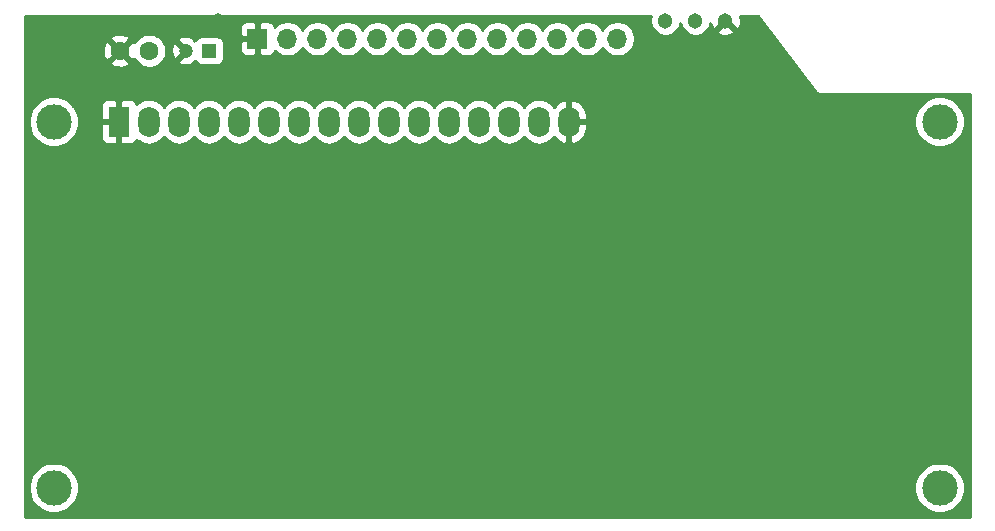
<source format=gbl>
G04 #@! TF.GenerationSoftware,KiCad,Pcbnew,(5.1.10-1-10_14)*
G04 #@! TF.CreationDate,2021-10-29T14:21:52+02:00*
G04 #@! TF.ProjectId,lcd,6c63642e-6b69-4636-9164-5f7063625858,rev?*
G04 #@! TF.SameCoordinates,Original*
G04 #@! TF.FileFunction,Copper,L2,Bot*
G04 #@! TF.FilePolarity,Positive*
%FSLAX46Y46*%
G04 Gerber Fmt 4.6, Leading zero omitted, Abs format (unit mm)*
G04 Created by KiCad (PCBNEW (5.1.10-1-10_14)) date 2021-10-29 14:21:52*
%MOMM*%
%LPD*%
G01*
G04 APERTURE LIST*
G04 #@! TA.AperFunction,ComponentPad*
%ADD10R,1.200000X1.200000*%
G04 #@! TD*
G04 #@! TA.AperFunction,ComponentPad*
%ADD11C,1.200000*%
G04 #@! TD*
G04 #@! TA.AperFunction,ComponentPad*
%ADD12C,1.303000*%
G04 #@! TD*
G04 #@! TA.AperFunction,ComponentPad*
%ADD13O,1.700000X1.700000*%
G04 #@! TD*
G04 #@! TA.AperFunction,ComponentPad*
%ADD14R,1.700000X1.700000*%
G04 #@! TD*
G04 #@! TA.AperFunction,ComponentPad*
%ADD15C,3.000000*%
G04 #@! TD*
G04 #@! TA.AperFunction,ComponentPad*
%ADD16O,1.800000X2.600000*%
G04 #@! TD*
G04 #@! TA.AperFunction,ComponentPad*
%ADD17R,1.800000X2.600000*%
G04 #@! TD*
G04 #@! TA.AperFunction,ComponentPad*
%ADD18C,1.600000*%
G04 #@! TD*
G04 #@! TA.AperFunction,ViaPad*
%ADD19C,0.800000*%
G04 #@! TD*
G04 #@! TA.AperFunction,Conductor*
%ADD20C,0.254000*%
G04 #@! TD*
G04 #@! TA.AperFunction,Conductor*
%ADD21C,0.100000*%
G04 #@! TD*
G04 APERTURE END LIST*
D10*
X112776000Y-92456000D03*
D11*
X110776000Y-92456000D03*
D12*
X156464000Y-89916000D03*
X153924000Y-89916000D03*
X151384000Y-89916000D03*
D13*
X147320000Y-91440000D03*
X144780000Y-91440000D03*
X142240000Y-91440000D03*
X139700000Y-91440000D03*
X137160000Y-91440000D03*
X134620000Y-91440000D03*
X132080000Y-91440000D03*
X129540000Y-91440000D03*
X127000000Y-91440000D03*
X124460000Y-91440000D03*
X121920000Y-91440000D03*
X119380000Y-91440000D03*
D14*
X116840000Y-91440000D03*
D15*
X174601000Y-98461000D03*
X174600480Y-129461700D03*
X99601900Y-129461700D03*
X99601900Y-98461000D03*
D16*
X143201000Y-98461000D03*
X140661000Y-98461000D03*
X138121000Y-98461000D03*
X135581000Y-98461000D03*
X133041000Y-98461000D03*
X130501000Y-98461000D03*
X127961000Y-98461000D03*
X125421000Y-98461000D03*
X122881000Y-98461000D03*
X120341000Y-98461000D03*
X117801000Y-98461000D03*
X115261000Y-98461000D03*
X112721000Y-98461000D03*
X110181000Y-98461000D03*
X107641000Y-98461000D03*
D17*
X105101000Y-98461000D03*
D18*
X105196000Y-92456000D03*
X107696000Y-92456000D03*
D19*
X175260000Y-101600000D03*
X175260000Y-114300000D03*
X175260000Y-124460000D03*
X165100000Y-129540000D03*
X147320000Y-129540000D03*
X132080000Y-129540000D03*
X119380000Y-129540000D03*
X104140000Y-129540000D03*
X99060000Y-124460000D03*
X99060000Y-111760000D03*
X99060000Y-101600000D03*
X99060000Y-91440000D03*
X160020000Y-93980000D03*
X154940000Y-93980000D03*
X106680000Y-101600000D03*
X119380000Y-101600000D03*
X137160000Y-101600000D03*
X152400000Y-101600000D03*
X170180000Y-101600000D03*
X165100000Y-114300000D03*
X144780000Y-114300000D03*
X132080000Y-114300000D03*
X114300000Y-114300000D03*
X114808000Y-94996000D03*
X113538000Y-89662000D03*
X102362000Y-92456000D03*
X102616000Y-96266000D03*
X109728000Y-95758000D03*
X145288000Y-94488000D03*
X150876000Y-91948000D03*
X117856000Y-94488000D03*
X120142000Y-94742000D03*
X122936000Y-94742000D03*
X125476000Y-94742000D03*
X129540000Y-94488000D03*
X133096000Y-94488000D03*
X135382000Y-94742000D03*
X139192000Y-94742000D03*
D20*
X150097500Y-89789291D02*
X150097500Y-90042709D01*
X150146939Y-90291258D01*
X150243918Y-90525386D01*
X150384710Y-90736096D01*
X150563904Y-90915290D01*
X150774614Y-91056082D01*
X151008742Y-91153061D01*
X151257291Y-91202500D01*
X151510709Y-91202500D01*
X151759258Y-91153061D01*
X151993386Y-91056082D01*
X152204096Y-90915290D01*
X152383290Y-90736096D01*
X152524082Y-90525386D01*
X152621061Y-90291258D01*
X152654000Y-90125661D01*
X152686939Y-90291258D01*
X152783918Y-90525386D01*
X152924710Y-90736096D01*
X153103904Y-90915290D01*
X153314614Y-91056082D01*
X153548742Y-91153061D01*
X153797291Y-91202500D01*
X154050709Y-91202500D01*
X154299258Y-91153061D01*
X154533386Y-91056082D01*
X154744096Y-90915290D01*
X154856787Y-90802599D01*
X155757006Y-90802599D01*
X155810576Y-91031426D01*
X156040740Y-91137470D01*
X156287170Y-91196574D01*
X156540396Y-91206466D01*
X156790685Y-91166765D01*
X157028420Y-91078999D01*
X157117424Y-91031426D01*
X157170994Y-90802599D01*
X156464000Y-90095605D01*
X155757006Y-90802599D01*
X154856787Y-90802599D01*
X154923290Y-90736096D01*
X155064082Y-90525386D01*
X155161061Y-90291258D01*
X155194374Y-90123780D01*
X155213235Y-90242685D01*
X155301001Y-90480420D01*
X155348574Y-90569424D01*
X155577401Y-90622994D01*
X156284395Y-89916000D01*
X156270253Y-89901858D01*
X156449858Y-89722253D01*
X156464000Y-89736395D01*
X156478143Y-89722253D01*
X156657748Y-89901858D01*
X156643605Y-89916000D01*
X157350599Y-90622994D01*
X157579426Y-90569424D01*
X157685470Y-90339260D01*
X157744574Y-90092830D01*
X157754466Y-89839604D01*
X157714765Y-89589315D01*
X157703943Y-89560000D01*
X159187015Y-89560000D01*
X164035631Y-95863200D01*
X164040575Y-95872450D01*
X164075208Y-95914650D01*
X164088634Y-95932104D01*
X164095770Y-95939705D01*
X164123052Y-95972948D01*
X164140165Y-95986992D01*
X164155323Y-96003138D01*
X164190309Y-96028145D01*
X164223550Y-96055425D01*
X164243083Y-96065865D01*
X164261091Y-96078737D01*
X164300272Y-96096434D01*
X164338207Y-96116710D01*
X164359398Y-96123138D01*
X164379574Y-96132251D01*
X164421453Y-96141963D01*
X164462617Y-96154450D01*
X164484662Y-96156621D01*
X164506222Y-96161621D01*
X164549187Y-96162976D01*
X164559581Y-96164000D01*
X164581640Y-96164000D01*
X164636167Y-96165720D01*
X164646507Y-96164000D01*
X177140000Y-96164000D01*
X177140001Y-131928000D01*
X97180000Y-131928000D01*
X97180000Y-129251421D01*
X97466900Y-129251421D01*
X97466900Y-129671979D01*
X97548947Y-130084456D01*
X97709888Y-130473002D01*
X97943537Y-130822683D01*
X98240917Y-131120063D01*
X98590598Y-131353712D01*
X98979144Y-131514653D01*
X99391621Y-131596700D01*
X99812179Y-131596700D01*
X100224656Y-131514653D01*
X100613202Y-131353712D01*
X100962883Y-131120063D01*
X101260263Y-130822683D01*
X101493912Y-130473002D01*
X101654853Y-130084456D01*
X101736900Y-129671979D01*
X101736900Y-129251421D01*
X172465480Y-129251421D01*
X172465480Y-129671979D01*
X172547527Y-130084456D01*
X172708468Y-130473002D01*
X172942117Y-130822683D01*
X173239497Y-131120063D01*
X173589178Y-131353712D01*
X173977724Y-131514653D01*
X174390201Y-131596700D01*
X174810759Y-131596700D01*
X175223236Y-131514653D01*
X175611782Y-131353712D01*
X175961463Y-131120063D01*
X176258843Y-130822683D01*
X176492492Y-130473002D01*
X176653433Y-130084456D01*
X176735480Y-129671979D01*
X176735480Y-129251421D01*
X176653433Y-128838944D01*
X176492492Y-128450398D01*
X176258843Y-128100717D01*
X175961463Y-127803337D01*
X175611782Y-127569688D01*
X175223236Y-127408747D01*
X174810759Y-127326700D01*
X174390201Y-127326700D01*
X173977724Y-127408747D01*
X173589178Y-127569688D01*
X173239497Y-127803337D01*
X172942117Y-128100717D01*
X172708468Y-128450398D01*
X172547527Y-128838944D01*
X172465480Y-129251421D01*
X101736900Y-129251421D01*
X101654853Y-128838944D01*
X101493912Y-128450398D01*
X101260263Y-128100717D01*
X100962883Y-127803337D01*
X100613202Y-127569688D01*
X100224656Y-127408747D01*
X99812179Y-127326700D01*
X99391621Y-127326700D01*
X98979144Y-127408747D01*
X98590598Y-127569688D01*
X98240917Y-127803337D01*
X97943537Y-128100717D01*
X97709888Y-128450398D01*
X97548947Y-128838944D01*
X97466900Y-129251421D01*
X97180000Y-129251421D01*
X97180000Y-98250721D01*
X97466900Y-98250721D01*
X97466900Y-98671279D01*
X97548947Y-99083756D01*
X97709888Y-99472302D01*
X97943537Y-99821983D01*
X98240917Y-100119363D01*
X98590598Y-100353012D01*
X98979144Y-100513953D01*
X99391621Y-100596000D01*
X99812179Y-100596000D01*
X100224656Y-100513953D01*
X100613202Y-100353012D01*
X100962883Y-100119363D01*
X101260263Y-99821983D01*
X101301010Y-99761000D01*
X103562928Y-99761000D01*
X103575188Y-99885482D01*
X103611498Y-100005180D01*
X103670463Y-100115494D01*
X103749815Y-100212185D01*
X103846506Y-100291537D01*
X103956820Y-100350502D01*
X104076518Y-100386812D01*
X104201000Y-100399072D01*
X104815250Y-100396000D01*
X104974000Y-100237250D01*
X104974000Y-98588000D01*
X103724750Y-98588000D01*
X103566000Y-98746750D01*
X103562928Y-99761000D01*
X101301010Y-99761000D01*
X101493912Y-99472302D01*
X101654853Y-99083756D01*
X101736900Y-98671279D01*
X101736900Y-98250721D01*
X101654853Y-97838244D01*
X101493912Y-97449698D01*
X101301011Y-97161000D01*
X103562928Y-97161000D01*
X103566000Y-98175250D01*
X103724750Y-98334000D01*
X104974000Y-98334000D01*
X104974000Y-96684750D01*
X105228000Y-96684750D01*
X105228000Y-98334000D01*
X105248000Y-98334000D01*
X105248000Y-98588000D01*
X105228000Y-98588000D01*
X105228000Y-100237250D01*
X105386750Y-100396000D01*
X106001000Y-100399072D01*
X106125482Y-100386812D01*
X106245180Y-100350502D01*
X106355494Y-100291537D01*
X106452185Y-100212185D01*
X106531537Y-100115494D01*
X106590502Y-100005180D01*
X106595495Y-99988720D01*
X106784074Y-100143481D01*
X107050740Y-100286017D01*
X107340088Y-100373790D01*
X107641000Y-100403427D01*
X107941913Y-100373790D01*
X108231261Y-100286017D01*
X108497927Y-100143481D01*
X108731661Y-99951661D01*
X108911000Y-99733135D01*
X109090339Y-99951661D01*
X109324074Y-100143481D01*
X109590740Y-100286017D01*
X109880088Y-100373790D01*
X110181000Y-100403427D01*
X110481913Y-100373790D01*
X110771261Y-100286017D01*
X111037927Y-100143481D01*
X111271661Y-99951661D01*
X111451000Y-99733135D01*
X111630339Y-99951661D01*
X111864074Y-100143481D01*
X112130740Y-100286017D01*
X112420088Y-100373790D01*
X112721000Y-100403427D01*
X113021913Y-100373790D01*
X113311261Y-100286017D01*
X113577927Y-100143481D01*
X113811661Y-99951661D01*
X113991000Y-99733135D01*
X114170339Y-99951661D01*
X114404074Y-100143481D01*
X114670740Y-100286017D01*
X114960088Y-100373790D01*
X115261000Y-100403427D01*
X115561913Y-100373790D01*
X115851261Y-100286017D01*
X116117927Y-100143481D01*
X116351661Y-99951661D01*
X116531000Y-99733135D01*
X116710339Y-99951661D01*
X116944074Y-100143481D01*
X117210740Y-100286017D01*
X117500088Y-100373790D01*
X117801000Y-100403427D01*
X118101913Y-100373790D01*
X118391261Y-100286017D01*
X118657927Y-100143481D01*
X118891661Y-99951661D01*
X119071000Y-99733135D01*
X119250339Y-99951661D01*
X119484074Y-100143481D01*
X119750740Y-100286017D01*
X120040088Y-100373790D01*
X120341000Y-100403427D01*
X120641913Y-100373790D01*
X120931261Y-100286017D01*
X121197927Y-100143481D01*
X121431661Y-99951661D01*
X121611000Y-99733135D01*
X121790339Y-99951661D01*
X122024074Y-100143481D01*
X122290740Y-100286017D01*
X122580088Y-100373790D01*
X122881000Y-100403427D01*
X123181913Y-100373790D01*
X123471261Y-100286017D01*
X123737927Y-100143481D01*
X123971661Y-99951661D01*
X124151000Y-99733135D01*
X124330339Y-99951661D01*
X124564074Y-100143481D01*
X124830740Y-100286017D01*
X125120088Y-100373790D01*
X125421000Y-100403427D01*
X125721913Y-100373790D01*
X126011261Y-100286017D01*
X126277927Y-100143481D01*
X126511661Y-99951661D01*
X126691000Y-99733135D01*
X126870339Y-99951661D01*
X127104074Y-100143481D01*
X127370740Y-100286017D01*
X127660088Y-100373790D01*
X127961000Y-100403427D01*
X128261913Y-100373790D01*
X128551261Y-100286017D01*
X128817927Y-100143481D01*
X129051661Y-99951661D01*
X129231000Y-99733135D01*
X129410339Y-99951661D01*
X129644074Y-100143481D01*
X129910740Y-100286017D01*
X130200088Y-100373790D01*
X130501000Y-100403427D01*
X130801913Y-100373790D01*
X131091261Y-100286017D01*
X131357927Y-100143481D01*
X131591661Y-99951661D01*
X131771000Y-99733135D01*
X131950339Y-99951661D01*
X132184074Y-100143481D01*
X132450740Y-100286017D01*
X132740088Y-100373790D01*
X133041000Y-100403427D01*
X133341913Y-100373790D01*
X133631261Y-100286017D01*
X133897927Y-100143481D01*
X134131661Y-99951661D01*
X134311000Y-99733135D01*
X134490339Y-99951661D01*
X134724074Y-100143481D01*
X134990740Y-100286017D01*
X135280088Y-100373790D01*
X135581000Y-100403427D01*
X135881913Y-100373790D01*
X136171261Y-100286017D01*
X136437927Y-100143481D01*
X136671661Y-99951661D01*
X136851000Y-99733135D01*
X137030339Y-99951661D01*
X137264074Y-100143481D01*
X137530740Y-100286017D01*
X137820088Y-100373790D01*
X138121000Y-100403427D01*
X138421913Y-100373790D01*
X138711261Y-100286017D01*
X138977927Y-100143481D01*
X139211661Y-99951661D01*
X139391000Y-99733135D01*
X139570339Y-99951661D01*
X139804074Y-100143481D01*
X140070740Y-100286017D01*
X140360088Y-100373790D01*
X140661000Y-100403427D01*
X140961913Y-100373790D01*
X141251261Y-100286017D01*
X141517927Y-100143481D01*
X141751661Y-99951661D01*
X141935781Y-99727309D01*
X141995252Y-99819396D01*
X142205394Y-100036210D01*
X142453796Y-100207862D01*
X142730913Y-100327755D01*
X142836260Y-100352036D01*
X143074000Y-100231378D01*
X143074000Y-98588000D01*
X143328000Y-98588000D01*
X143328000Y-100231378D01*
X143565740Y-100352036D01*
X143671087Y-100327755D01*
X143948204Y-100207862D01*
X144196606Y-100036210D01*
X144406748Y-99819396D01*
X144570554Y-99565751D01*
X144681729Y-99285023D01*
X144736000Y-98988000D01*
X144736000Y-98588000D01*
X143328000Y-98588000D01*
X143074000Y-98588000D01*
X143054000Y-98588000D01*
X143054000Y-98334000D01*
X143074000Y-98334000D01*
X143074000Y-96690622D01*
X143328000Y-96690622D01*
X143328000Y-98334000D01*
X144736000Y-98334000D01*
X144736000Y-98250721D01*
X172466000Y-98250721D01*
X172466000Y-98671279D01*
X172548047Y-99083756D01*
X172708988Y-99472302D01*
X172942637Y-99821983D01*
X173240017Y-100119363D01*
X173589698Y-100353012D01*
X173978244Y-100513953D01*
X174390721Y-100596000D01*
X174811279Y-100596000D01*
X175223756Y-100513953D01*
X175612302Y-100353012D01*
X175961983Y-100119363D01*
X176259363Y-99821983D01*
X176493012Y-99472302D01*
X176653953Y-99083756D01*
X176736000Y-98671279D01*
X176736000Y-98250721D01*
X176653953Y-97838244D01*
X176493012Y-97449698D01*
X176259363Y-97100017D01*
X175961983Y-96802637D01*
X175612302Y-96568988D01*
X175223756Y-96408047D01*
X174811279Y-96326000D01*
X174390721Y-96326000D01*
X173978244Y-96408047D01*
X173589698Y-96568988D01*
X173240017Y-96802637D01*
X172942637Y-97100017D01*
X172708988Y-97449698D01*
X172548047Y-97838244D01*
X172466000Y-98250721D01*
X144736000Y-98250721D01*
X144736000Y-97934000D01*
X144681729Y-97636977D01*
X144570554Y-97356249D01*
X144406748Y-97102604D01*
X144196606Y-96885790D01*
X143948204Y-96714138D01*
X143671087Y-96594245D01*
X143565740Y-96569964D01*
X143328000Y-96690622D01*
X143074000Y-96690622D01*
X142836260Y-96569964D01*
X142730913Y-96594245D01*
X142453796Y-96714138D01*
X142205394Y-96885790D01*
X141995252Y-97102604D01*
X141935781Y-97194691D01*
X141751661Y-96970339D01*
X141517926Y-96778519D01*
X141251260Y-96635983D01*
X140961912Y-96548210D01*
X140661000Y-96518573D01*
X140360087Y-96548210D01*
X140070739Y-96635983D01*
X139804073Y-96778519D01*
X139570339Y-96970339D01*
X139391000Y-97188865D01*
X139211661Y-96970339D01*
X138977926Y-96778519D01*
X138711260Y-96635983D01*
X138421912Y-96548210D01*
X138121000Y-96518573D01*
X137820087Y-96548210D01*
X137530739Y-96635983D01*
X137264073Y-96778519D01*
X137030339Y-96970339D01*
X136851000Y-97188865D01*
X136671661Y-96970339D01*
X136437926Y-96778519D01*
X136171260Y-96635983D01*
X135881912Y-96548210D01*
X135581000Y-96518573D01*
X135280087Y-96548210D01*
X134990739Y-96635983D01*
X134724073Y-96778519D01*
X134490339Y-96970339D01*
X134311000Y-97188865D01*
X134131661Y-96970339D01*
X133897926Y-96778519D01*
X133631260Y-96635983D01*
X133341912Y-96548210D01*
X133041000Y-96518573D01*
X132740087Y-96548210D01*
X132450739Y-96635983D01*
X132184073Y-96778519D01*
X131950339Y-96970339D01*
X131771000Y-97188865D01*
X131591661Y-96970339D01*
X131357926Y-96778519D01*
X131091260Y-96635983D01*
X130801912Y-96548210D01*
X130501000Y-96518573D01*
X130200087Y-96548210D01*
X129910739Y-96635983D01*
X129644073Y-96778519D01*
X129410339Y-96970339D01*
X129231000Y-97188865D01*
X129051661Y-96970339D01*
X128817926Y-96778519D01*
X128551260Y-96635983D01*
X128261912Y-96548210D01*
X127961000Y-96518573D01*
X127660087Y-96548210D01*
X127370739Y-96635983D01*
X127104073Y-96778519D01*
X126870339Y-96970339D01*
X126691000Y-97188865D01*
X126511661Y-96970339D01*
X126277926Y-96778519D01*
X126011260Y-96635983D01*
X125721912Y-96548210D01*
X125421000Y-96518573D01*
X125120087Y-96548210D01*
X124830739Y-96635983D01*
X124564073Y-96778519D01*
X124330339Y-96970339D01*
X124151000Y-97188865D01*
X123971661Y-96970339D01*
X123737926Y-96778519D01*
X123471260Y-96635983D01*
X123181912Y-96548210D01*
X122881000Y-96518573D01*
X122580087Y-96548210D01*
X122290739Y-96635983D01*
X122024073Y-96778519D01*
X121790339Y-96970339D01*
X121611000Y-97188865D01*
X121431661Y-96970339D01*
X121197926Y-96778519D01*
X120931260Y-96635983D01*
X120641912Y-96548210D01*
X120341000Y-96518573D01*
X120040087Y-96548210D01*
X119750739Y-96635983D01*
X119484073Y-96778519D01*
X119250339Y-96970339D01*
X119071000Y-97188865D01*
X118891661Y-96970339D01*
X118657926Y-96778519D01*
X118391260Y-96635983D01*
X118101912Y-96548210D01*
X117801000Y-96518573D01*
X117500087Y-96548210D01*
X117210739Y-96635983D01*
X116944073Y-96778519D01*
X116710339Y-96970339D01*
X116531000Y-97188865D01*
X116351661Y-96970339D01*
X116117926Y-96778519D01*
X115851260Y-96635983D01*
X115561912Y-96548210D01*
X115261000Y-96518573D01*
X114960087Y-96548210D01*
X114670739Y-96635983D01*
X114404073Y-96778519D01*
X114170339Y-96970339D01*
X113991000Y-97188865D01*
X113811661Y-96970339D01*
X113577926Y-96778519D01*
X113311260Y-96635983D01*
X113021912Y-96548210D01*
X112721000Y-96518573D01*
X112420087Y-96548210D01*
X112130739Y-96635983D01*
X111864073Y-96778519D01*
X111630339Y-96970339D01*
X111451000Y-97188865D01*
X111271661Y-96970339D01*
X111037926Y-96778519D01*
X110771260Y-96635983D01*
X110481912Y-96548210D01*
X110181000Y-96518573D01*
X109880087Y-96548210D01*
X109590739Y-96635983D01*
X109324073Y-96778519D01*
X109090339Y-96970339D01*
X108911000Y-97188865D01*
X108731661Y-96970339D01*
X108497926Y-96778519D01*
X108231260Y-96635983D01*
X107941912Y-96548210D01*
X107641000Y-96518573D01*
X107340087Y-96548210D01*
X107050739Y-96635983D01*
X106784073Y-96778519D01*
X106595495Y-96933280D01*
X106590502Y-96916820D01*
X106531537Y-96806506D01*
X106452185Y-96709815D01*
X106355494Y-96630463D01*
X106245180Y-96571498D01*
X106125482Y-96535188D01*
X106001000Y-96522928D01*
X105386750Y-96526000D01*
X105228000Y-96684750D01*
X104974000Y-96684750D01*
X104815250Y-96526000D01*
X104201000Y-96522928D01*
X104076518Y-96535188D01*
X103956820Y-96571498D01*
X103846506Y-96630463D01*
X103749815Y-96709815D01*
X103670463Y-96806506D01*
X103611498Y-96916820D01*
X103575188Y-97036518D01*
X103562928Y-97161000D01*
X101301011Y-97161000D01*
X101260263Y-97100017D01*
X100962883Y-96802637D01*
X100613202Y-96568988D01*
X100224656Y-96408047D01*
X99812179Y-96326000D01*
X99391621Y-96326000D01*
X98979144Y-96408047D01*
X98590598Y-96568988D01*
X98240917Y-96802637D01*
X97943537Y-97100017D01*
X97709888Y-97449698D01*
X97548947Y-97838244D01*
X97466900Y-98250721D01*
X97180000Y-98250721D01*
X97180000Y-93448702D01*
X104382903Y-93448702D01*
X104454486Y-93692671D01*
X104709996Y-93813571D01*
X104984184Y-93882300D01*
X105266512Y-93896217D01*
X105546130Y-93854787D01*
X105812292Y-93759603D01*
X105937514Y-93692671D01*
X106009097Y-93448702D01*
X105196000Y-92635605D01*
X104382903Y-93448702D01*
X97180000Y-93448702D01*
X97180000Y-92526512D01*
X103755783Y-92526512D01*
X103797213Y-92806130D01*
X103892397Y-93072292D01*
X103959329Y-93197514D01*
X104203298Y-93269097D01*
X105016395Y-92456000D01*
X105375605Y-92456000D01*
X106188702Y-93269097D01*
X106432671Y-93197514D01*
X106446324Y-93168659D01*
X106581363Y-93370759D01*
X106781241Y-93570637D01*
X107016273Y-93727680D01*
X107277426Y-93835853D01*
X107554665Y-93891000D01*
X107837335Y-93891000D01*
X108114574Y-93835853D01*
X108375727Y-93727680D01*
X108610759Y-93570637D01*
X108810637Y-93370759D01*
X108967680Y-93135727D01*
X109075853Y-92874574D01*
X109131000Y-92597335D01*
X109131000Y-92534438D01*
X109537505Y-92534438D01*
X109576605Y-92774549D01*
X109661798Y-93002418D01*
X109702652Y-93078852D01*
X109926236Y-93126159D01*
X110596395Y-92456000D01*
X109926236Y-91785841D01*
X109702652Y-91833148D01*
X109601763Y-92054516D01*
X109546000Y-92291313D01*
X109537505Y-92534438D01*
X109131000Y-92534438D01*
X109131000Y-92314665D01*
X109075853Y-92037426D01*
X108967680Y-91776273D01*
X108854066Y-91606236D01*
X110105841Y-91606236D01*
X110776000Y-92276395D01*
X110790143Y-92262253D01*
X110969748Y-92441858D01*
X110955605Y-92456000D01*
X110969748Y-92470143D01*
X110790143Y-92649748D01*
X110776000Y-92635605D01*
X110105841Y-93305764D01*
X110153148Y-93529348D01*
X110374516Y-93630237D01*
X110611313Y-93686000D01*
X110854438Y-93694495D01*
X111094549Y-93655395D01*
X111322418Y-93570202D01*
X111398852Y-93529348D01*
X111446158Y-93305766D01*
X111563264Y-93422872D01*
X111621142Y-93364994D01*
X111645463Y-93410494D01*
X111724815Y-93507185D01*
X111821506Y-93586537D01*
X111931820Y-93645502D01*
X112051518Y-93681812D01*
X112176000Y-93694072D01*
X113376000Y-93694072D01*
X113500482Y-93681812D01*
X113620180Y-93645502D01*
X113730494Y-93586537D01*
X113827185Y-93507185D01*
X113906537Y-93410494D01*
X113965502Y-93300180D01*
X114001812Y-93180482D01*
X114014072Y-93056000D01*
X114014072Y-92290000D01*
X115351928Y-92290000D01*
X115364188Y-92414482D01*
X115400498Y-92534180D01*
X115459463Y-92644494D01*
X115538815Y-92741185D01*
X115635506Y-92820537D01*
X115745820Y-92879502D01*
X115865518Y-92915812D01*
X115990000Y-92928072D01*
X116554250Y-92925000D01*
X116713000Y-92766250D01*
X116713000Y-91567000D01*
X115513750Y-91567000D01*
X115355000Y-91725750D01*
X115351928Y-92290000D01*
X114014072Y-92290000D01*
X114014072Y-91856000D01*
X114001812Y-91731518D01*
X113965502Y-91611820D01*
X113906537Y-91501506D01*
X113827185Y-91404815D01*
X113730494Y-91325463D01*
X113620180Y-91266498D01*
X113500482Y-91230188D01*
X113376000Y-91217928D01*
X112176000Y-91217928D01*
X112051518Y-91230188D01*
X111931820Y-91266498D01*
X111821506Y-91325463D01*
X111724815Y-91404815D01*
X111645463Y-91501506D01*
X111621142Y-91547006D01*
X111563264Y-91489128D01*
X111446158Y-91606234D01*
X111398852Y-91382652D01*
X111177484Y-91281763D01*
X110940687Y-91226000D01*
X110697562Y-91217505D01*
X110457451Y-91256605D01*
X110229582Y-91341798D01*
X110153148Y-91382652D01*
X110105841Y-91606236D01*
X108854066Y-91606236D01*
X108810637Y-91541241D01*
X108610759Y-91341363D01*
X108375727Y-91184320D01*
X108114574Y-91076147D01*
X107837335Y-91021000D01*
X107554665Y-91021000D01*
X107277426Y-91076147D01*
X107016273Y-91184320D01*
X106781241Y-91341363D01*
X106581363Y-91541241D01*
X106447308Y-91741869D01*
X106432671Y-91714486D01*
X106188702Y-91642903D01*
X105375605Y-92456000D01*
X105016395Y-92456000D01*
X104203298Y-91642903D01*
X103959329Y-91714486D01*
X103838429Y-91969996D01*
X103769700Y-92244184D01*
X103755783Y-92526512D01*
X97180000Y-92526512D01*
X97180000Y-91463298D01*
X104382903Y-91463298D01*
X105196000Y-92276395D01*
X106009097Y-91463298D01*
X105937514Y-91219329D01*
X105682004Y-91098429D01*
X105407816Y-91029700D01*
X105125488Y-91015783D01*
X104845870Y-91057213D01*
X104579708Y-91152397D01*
X104454486Y-91219329D01*
X104382903Y-91463298D01*
X97180000Y-91463298D01*
X97180000Y-90590000D01*
X115351928Y-90590000D01*
X115355000Y-91154250D01*
X115513750Y-91313000D01*
X116713000Y-91313000D01*
X116713000Y-90113750D01*
X116967000Y-90113750D01*
X116967000Y-91313000D01*
X116987000Y-91313000D01*
X116987000Y-91567000D01*
X116967000Y-91567000D01*
X116967000Y-92766250D01*
X117125750Y-92925000D01*
X117690000Y-92928072D01*
X117814482Y-92915812D01*
X117934180Y-92879502D01*
X118044494Y-92820537D01*
X118141185Y-92741185D01*
X118220537Y-92644494D01*
X118279502Y-92534180D01*
X118301513Y-92461620D01*
X118433368Y-92593475D01*
X118676589Y-92755990D01*
X118946842Y-92867932D01*
X119233740Y-92925000D01*
X119526260Y-92925000D01*
X119813158Y-92867932D01*
X120083411Y-92755990D01*
X120326632Y-92593475D01*
X120533475Y-92386632D01*
X120650000Y-92212240D01*
X120766525Y-92386632D01*
X120973368Y-92593475D01*
X121216589Y-92755990D01*
X121486842Y-92867932D01*
X121773740Y-92925000D01*
X122066260Y-92925000D01*
X122353158Y-92867932D01*
X122623411Y-92755990D01*
X122866632Y-92593475D01*
X123073475Y-92386632D01*
X123190000Y-92212240D01*
X123306525Y-92386632D01*
X123513368Y-92593475D01*
X123756589Y-92755990D01*
X124026842Y-92867932D01*
X124313740Y-92925000D01*
X124606260Y-92925000D01*
X124893158Y-92867932D01*
X125163411Y-92755990D01*
X125406632Y-92593475D01*
X125613475Y-92386632D01*
X125730000Y-92212240D01*
X125846525Y-92386632D01*
X126053368Y-92593475D01*
X126296589Y-92755990D01*
X126566842Y-92867932D01*
X126853740Y-92925000D01*
X127146260Y-92925000D01*
X127433158Y-92867932D01*
X127703411Y-92755990D01*
X127946632Y-92593475D01*
X128153475Y-92386632D01*
X128270000Y-92212240D01*
X128386525Y-92386632D01*
X128593368Y-92593475D01*
X128836589Y-92755990D01*
X129106842Y-92867932D01*
X129393740Y-92925000D01*
X129686260Y-92925000D01*
X129973158Y-92867932D01*
X130243411Y-92755990D01*
X130486632Y-92593475D01*
X130693475Y-92386632D01*
X130810000Y-92212240D01*
X130926525Y-92386632D01*
X131133368Y-92593475D01*
X131376589Y-92755990D01*
X131646842Y-92867932D01*
X131933740Y-92925000D01*
X132226260Y-92925000D01*
X132513158Y-92867932D01*
X132783411Y-92755990D01*
X133026632Y-92593475D01*
X133233475Y-92386632D01*
X133350000Y-92212240D01*
X133466525Y-92386632D01*
X133673368Y-92593475D01*
X133916589Y-92755990D01*
X134186842Y-92867932D01*
X134473740Y-92925000D01*
X134766260Y-92925000D01*
X135053158Y-92867932D01*
X135323411Y-92755990D01*
X135566632Y-92593475D01*
X135773475Y-92386632D01*
X135890000Y-92212240D01*
X136006525Y-92386632D01*
X136213368Y-92593475D01*
X136456589Y-92755990D01*
X136726842Y-92867932D01*
X137013740Y-92925000D01*
X137306260Y-92925000D01*
X137593158Y-92867932D01*
X137863411Y-92755990D01*
X138106632Y-92593475D01*
X138313475Y-92386632D01*
X138430000Y-92212240D01*
X138546525Y-92386632D01*
X138753368Y-92593475D01*
X138996589Y-92755990D01*
X139266842Y-92867932D01*
X139553740Y-92925000D01*
X139846260Y-92925000D01*
X140133158Y-92867932D01*
X140403411Y-92755990D01*
X140646632Y-92593475D01*
X140853475Y-92386632D01*
X140970000Y-92212240D01*
X141086525Y-92386632D01*
X141293368Y-92593475D01*
X141536589Y-92755990D01*
X141806842Y-92867932D01*
X142093740Y-92925000D01*
X142386260Y-92925000D01*
X142673158Y-92867932D01*
X142943411Y-92755990D01*
X143186632Y-92593475D01*
X143393475Y-92386632D01*
X143510000Y-92212240D01*
X143626525Y-92386632D01*
X143833368Y-92593475D01*
X144076589Y-92755990D01*
X144346842Y-92867932D01*
X144633740Y-92925000D01*
X144926260Y-92925000D01*
X145213158Y-92867932D01*
X145483411Y-92755990D01*
X145726632Y-92593475D01*
X145933475Y-92386632D01*
X146050000Y-92212240D01*
X146166525Y-92386632D01*
X146373368Y-92593475D01*
X146616589Y-92755990D01*
X146886842Y-92867932D01*
X147173740Y-92925000D01*
X147466260Y-92925000D01*
X147753158Y-92867932D01*
X148023411Y-92755990D01*
X148266632Y-92593475D01*
X148473475Y-92386632D01*
X148635990Y-92143411D01*
X148747932Y-91873158D01*
X148805000Y-91586260D01*
X148805000Y-91293740D01*
X148747932Y-91006842D01*
X148635990Y-90736589D01*
X148473475Y-90493368D01*
X148266632Y-90286525D01*
X148023411Y-90124010D01*
X147753158Y-90012068D01*
X147466260Y-89955000D01*
X147173740Y-89955000D01*
X146886842Y-90012068D01*
X146616589Y-90124010D01*
X146373368Y-90286525D01*
X146166525Y-90493368D01*
X146050000Y-90667760D01*
X145933475Y-90493368D01*
X145726632Y-90286525D01*
X145483411Y-90124010D01*
X145213158Y-90012068D01*
X144926260Y-89955000D01*
X144633740Y-89955000D01*
X144346842Y-90012068D01*
X144076589Y-90124010D01*
X143833368Y-90286525D01*
X143626525Y-90493368D01*
X143510000Y-90667760D01*
X143393475Y-90493368D01*
X143186632Y-90286525D01*
X142943411Y-90124010D01*
X142673158Y-90012068D01*
X142386260Y-89955000D01*
X142093740Y-89955000D01*
X141806842Y-90012068D01*
X141536589Y-90124010D01*
X141293368Y-90286525D01*
X141086525Y-90493368D01*
X140970000Y-90667760D01*
X140853475Y-90493368D01*
X140646632Y-90286525D01*
X140403411Y-90124010D01*
X140133158Y-90012068D01*
X139846260Y-89955000D01*
X139553740Y-89955000D01*
X139266842Y-90012068D01*
X138996589Y-90124010D01*
X138753368Y-90286525D01*
X138546525Y-90493368D01*
X138430000Y-90667760D01*
X138313475Y-90493368D01*
X138106632Y-90286525D01*
X137863411Y-90124010D01*
X137593158Y-90012068D01*
X137306260Y-89955000D01*
X137013740Y-89955000D01*
X136726842Y-90012068D01*
X136456589Y-90124010D01*
X136213368Y-90286525D01*
X136006525Y-90493368D01*
X135890000Y-90667760D01*
X135773475Y-90493368D01*
X135566632Y-90286525D01*
X135323411Y-90124010D01*
X135053158Y-90012068D01*
X134766260Y-89955000D01*
X134473740Y-89955000D01*
X134186842Y-90012068D01*
X133916589Y-90124010D01*
X133673368Y-90286525D01*
X133466525Y-90493368D01*
X133350000Y-90667760D01*
X133233475Y-90493368D01*
X133026632Y-90286525D01*
X132783411Y-90124010D01*
X132513158Y-90012068D01*
X132226260Y-89955000D01*
X131933740Y-89955000D01*
X131646842Y-90012068D01*
X131376589Y-90124010D01*
X131133368Y-90286525D01*
X130926525Y-90493368D01*
X130810000Y-90667760D01*
X130693475Y-90493368D01*
X130486632Y-90286525D01*
X130243411Y-90124010D01*
X129973158Y-90012068D01*
X129686260Y-89955000D01*
X129393740Y-89955000D01*
X129106842Y-90012068D01*
X128836589Y-90124010D01*
X128593368Y-90286525D01*
X128386525Y-90493368D01*
X128270000Y-90667760D01*
X128153475Y-90493368D01*
X127946632Y-90286525D01*
X127703411Y-90124010D01*
X127433158Y-90012068D01*
X127146260Y-89955000D01*
X126853740Y-89955000D01*
X126566842Y-90012068D01*
X126296589Y-90124010D01*
X126053368Y-90286525D01*
X125846525Y-90493368D01*
X125730000Y-90667760D01*
X125613475Y-90493368D01*
X125406632Y-90286525D01*
X125163411Y-90124010D01*
X124893158Y-90012068D01*
X124606260Y-89955000D01*
X124313740Y-89955000D01*
X124026842Y-90012068D01*
X123756589Y-90124010D01*
X123513368Y-90286525D01*
X123306525Y-90493368D01*
X123190000Y-90667760D01*
X123073475Y-90493368D01*
X122866632Y-90286525D01*
X122623411Y-90124010D01*
X122353158Y-90012068D01*
X122066260Y-89955000D01*
X121773740Y-89955000D01*
X121486842Y-90012068D01*
X121216589Y-90124010D01*
X120973368Y-90286525D01*
X120766525Y-90493368D01*
X120650000Y-90667760D01*
X120533475Y-90493368D01*
X120326632Y-90286525D01*
X120083411Y-90124010D01*
X119813158Y-90012068D01*
X119526260Y-89955000D01*
X119233740Y-89955000D01*
X118946842Y-90012068D01*
X118676589Y-90124010D01*
X118433368Y-90286525D01*
X118301513Y-90418380D01*
X118279502Y-90345820D01*
X118220537Y-90235506D01*
X118141185Y-90138815D01*
X118044494Y-90059463D01*
X117934180Y-90000498D01*
X117814482Y-89964188D01*
X117690000Y-89951928D01*
X117125750Y-89955000D01*
X116967000Y-90113750D01*
X116713000Y-90113750D01*
X116554250Y-89955000D01*
X115990000Y-89951928D01*
X115865518Y-89964188D01*
X115745820Y-90000498D01*
X115635506Y-90059463D01*
X115538815Y-90138815D01*
X115459463Y-90235506D01*
X115400498Y-90345820D01*
X115364188Y-90465518D01*
X115351928Y-90590000D01*
X97180000Y-90590000D01*
X97180000Y-89560000D01*
X150143108Y-89560000D01*
X150097500Y-89789291D01*
G04 #@! TA.AperFunction,Conductor*
D21*
G36*
X150097500Y-89789291D02*
G01*
X150097500Y-90042709D01*
X150146939Y-90291258D01*
X150243918Y-90525386D01*
X150384710Y-90736096D01*
X150563904Y-90915290D01*
X150774614Y-91056082D01*
X151008742Y-91153061D01*
X151257291Y-91202500D01*
X151510709Y-91202500D01*
X151759258Y-91153061D01*
X151993386Y-91056082D01*
X152204096Y-90915290D01*
X152383290Y-90736096D01*
X152524082Y-90525386D01*
X152621061Y-90291258D01*
X152654000Y-90125661D01*
X152686939Y-90291258D01*
X152783918Y-90525386D01*
X152924710Y-90736096D01*
X153103904Y-90915290D01*
X153314614Y-91056082D01*
X153548742Y-91153061D01*
X153797291Y-91202500D01*
X154050709Y-91202500D01*
X154299258Y-91153061D01*
X154533386Y-91056082D01*
X154744096Y-90915290D01*
X154856787Y-90802599D01*
X155757006Y-90802599D01*
X155810576Y-91031426D01*
X156040740Y-91137470D01*
X156287170Y-91196574D01*
X156540396Y-91206466D01*
X156790685Y-91166765D01*
X157028420Y-91078999D01*
X157117424Y-91031426D01*
X157170994Y-90802599D01*
X156464000Y-90095605D01*
X155757006Y-90802599D01*
X154856787Y-90802599D01*
X154923290Y-90736096D01*
X155064082Y-90525386D01*
X155161061Y-90291258D01*
X155194374Y-90123780D01*
X155213235Y-90242685D01*
X155301001Y-90480420D01*
X155348574Y-90569424D01*
X155577401Y-90622994D01*
X156284395Y-89916000D01*
X156270253Y-89901858D01*
X156449858Y-89722253D01*
X156464000Y-89736395D01*
X156478143Y-89722253D01*
X156657748Y-89901858D01*
X156643605Y-89916000D01*
X157350599Y-90622994D01*
X157579426Y-90569424D01*
X157685470Y-90339260D01*
X157744574Y-90092830D01*
X157754466Y-89839604D01*
X157714765Y-89589315D01*
X157703943Y-89560000D01*
X159187015Y-89560000D01*
X164035631Y-95863200D01*
X164040575Y-95872450D01*
X164075208Y-95914650D01*
X164088634Y-95932104D01*
X164095770Y-95939705D01*
X164123052Y-95972948D01*
X164140165Y-95986992D01*
X164155323Y-96003138D01*
X164190309Y-96028145D01*
X164223550Y-96055425D01*
X164243083Y-96065865D01*
X164261091Y-96078737D01*
X164300272Y-96096434D01*
X164338207Y-96116710D01*
X164359398Y-96123138D01*
X164379574Y-96132251D01*
X164421453Y-96141963D01*
X164462617Y-96154450D01*
X164484662Y-96156621D01*
X164506222Y-96161621D01*
X164549187Y-96162976D01*
X164559581Y-96164000D01*
X164581640Y-96164000D01*
X164636167Y-96165720D01*
X164646507Y-96164000D01*
X177140000Y-96164000D01*
X177140001Y-131928000D01*
X97180000Y-131928000D01*
X97180000Y-129251421D01*
X97466900Y-129251421D01*
X97466900Y-129671979D01*
X97548947Y-130084456D01*
X97709888Y-130473002D01*
X97943537Y-130822683D01*
X98240917Y-131120063D01*
X98590598Y-131353712D01*
X98979144Y-131514653D01*
X99391621Y-131596700D01*
X99812179Y-131596700D01*
X100224656Y-131514653D01*
X100613202Y-131353712D01*
X100962883Y-131120063D01*
X101260263Y-130822683D01*
X101493912Y-130473002D01*
X101654853Y-130084456D01*
X101736900Y-129671979D01*
X101736900Y-129251421D01*
X172465480Y-129251421D01*
X172465480Y-129671979D01*
X172547527Y-130084456D01*
X172708468Y-130473002D01*
X172942117Y-130822683D01*
X173239497Y-131120063D01*
X173589178Y-131353712D01*
X173977724Y-131514653D01*
X174390201Y-131596700D01*
X174810759Y-131596700D01*
X175223236Y-131514653D01*
X175611782Y-131353712D01*
X175961463Y-131120063D01*
X176258843Y-130822683D01*
X176492492Y-130473002D01*
X176653433Y-130084456D01*
X176735480Y-129671979D01*
X176735480Y-129251421D01*
X176653433Y-128838944D01*
X176492492Y-128450398D01*
X176258843Y-128100717D01*
X175961463Y-127803337D01*
X175611782Y-127569688D01*
X175223236Y-127408747D01*
X174810759Y-127326700D01*
X174390201Y-127326700D01*
X173977724Y-127408747D01*
X173589178Y-127569688D01*
X173239497Y-127803337D01*
X172942117Y-128100717D01*
X172708468Y-128450398D01*
X172547527Y-128838944D01*
X172465480Y-129251421D01*
X101736900Y-129251421D01*
X101654853Y-128838944D01*
X101493912Y-128450398D01*
X101260263Y-128100717D01*
X100962883Y-127803337D01*
X100613202Y-127569688D01*
X100224656Y-127408747D01*
X99812179Y-127326700D01*
X99391621Y-127326700D01*
X98979144Y-127408747D01*
X98590598Y-127569688D01*
X98240917Y-127803337D01*
X97943537Y-128100717D01*
X97709888Y-128450398D01*
X97548947Y-128838944D01*
X97466900Y-129251421D01*
X97180000Y-129251421D01*
X97180000Y-98250721D01*
X97466900Y-98250721D01*
X97466900Y-98671279D01*
X97548947Y-99083756D01*
X97709888Y-99472302D01*
X97943537Y-99821983D01*
X98240917Y-100119363D01*
X98590598Y-100353012D01*
X98979144Y-100513953D01*
X99391621Y-100596000D01*
X99812179Y-100596000D01*
X100224656Y-100513953D01*
X100613202Y-100353012D01*
X100962883Y-100119363D01*
X101260263Y-99821983D01*
X101301010Y-99761000D01*
X103562928Y-99761000D01*
X103575188Y-99885482D01*
X103611498Y-100005180D01*
X103670463Y-100115494D01*
X103749815Y-100212185D01*
X103846506Y-100291537D01*
X103956820Y-100350502D01*
X104076518Y-100386812D01*
X104201000Y-100399072D01*
X104815250Y-100396000D01*
X104974000Y-100237250D01*
X104974000Y-98588000D01*
X103724750Y-98588000D01*
X103566000Y-98746750D01*
X103562928Y-99761000D01*
X101301010Y-99761000D01*
X101493912Y-99472302D01*
X101654853Y-99083756D01*
X101736900Y-98671279D01*
X101736900Y-98250721D01*
X101654853Y-97838244D01*
X101493912Y-97449698D01*
X101301011Y-97161000D01*
X103562928Y-97161000D01*
X103566000Y-98175250D01*
X103724750Y-98334000D01*
X104974000Y-98334000D01*
X104974000Y-96684750D01*
X105228000Y-96684750D01*
X105228000Y-98334000D01*
X105248000Y-98334000D01*
X105248000Y-98588000D01*
X105228000Y-98588000D01*
X105228000Y-100237250D01*
X105386750Y-100396000D01*
X106001000Y-100399072D01*
X106125482Y-100386812D01*
X106245180Y-100350502D01*
X106355494Y-100291537D01*
X106452185Y-100212185D01*
X106531537Y-100115494D01*
X106590502Y-100005180D01*
X106595495Y-99988720D01*
X106784074Y-100143481D01*
X107050740Y-100286017D01*
X107340088Y-100373790D01*
X107641000Y-100403427D01*
X107941913Y-100373790D01*
X108231261Y-100286017D01*
X108497927Y-100143481D01*
X108731661Y-99951661D01*
X108911000Y-99733135D01*
X109090339Y-99951661D01*
X109324074Y-100143481D01*
X109590740Y-100286017D01*
X109880088Y-100373790D01*
X110181000Y-100403427D01*
X110481913Y-100373790D01*
X110771261Y-100286017D01*
X111037927Y-100143481D01*
X111271661Y-99951661D01*
X111451000Y-99733135D01*
X111630339Y-99951661D01*
X111864074Y-100143481D01*
X112130740Y-100286017D01*
X112420088Y-100373790D01*
X112721000Y-100403427D01*
X113021913Y-100373790D01*
X113311261Y-100286017D01*
X113577927Y-100143481D01*
X113811661Y-99951661D01*
X113991000Y-99733135D01*
X114170339Y-99951661D01*
X114404074Y-100143481D01*
X114670740Y-100286017D01*
X114960088Y-100373790D01*
X115261000Y-100403427D01*
X115561913Y-100373790D01*
X115851261Y-100286017D01*
X116117927Y-100143481D01*
X116351661Y-99951661D01*
X116531000Y-99733135D01*
X116710339Y-99951661D01*
X116944074Y-100143481D01*
X117210740Y-100286017D01*
X117500088Y-100373790D01*
X117801000Y-100403427D01*
X118101913Y-100373790D01*
X118391261Y-100286017D01*
X118657927Y-100143481D01*
X118891661Y-99951661D01*
X119071000Y-99733135D01*
X119250339Y-99951661D01*
X119484074Y-100143481D01*
X119750740Y-100286017D01*
X120040088Y-100373790D01*
X120341000Y-100403427D01*
X120641913Y-100373790D01*
X120931261Y-100286017D01*
X121197927Y-100143481D01*
X121431661Y-99951661D01*
X121611000Y-99733135D01*
X121790339Y-99951661D01*
X122024074Y-100143481D01*
X122290740Y-100286017D01*
X122580088Y-100373790D01*
X122881000Y-100403427D01*
X123181913Y-100373790D01*
X123471261Y-100286017D01*
X123737927Y-100143481D01*
X123971661Y-99951661D01*
X124151000Y-99733135D01*
X124330339Y-99951661D01*
X124564074Y-100143481D01*
X124830740Y-100286017D01*
X125120088Y-100373790D01*
X125421000Y-100403427D01*
X125721913Y-100373790D01*
X126011261Y-100286017D01*
X126277927Y-100143481D01*
X126511661Y-99951661D01*
X126691000Y-99733135D01*
X126870339Y-99951661D01*
X127104074Y-100143481D01*
X127370740Y-100286017D01*
X127660088Y-100373790D01*
X127961000Y-100403427D01*
X128261913Y-100373790D01*
X128551261Y-100286017D01*
X128817927Y-100143481D01*
X129051661Y-99951661D01*
X129231000Y-99733135D01*
X129410339Y-99951661D01*
X129644074Y-100143481D01*
X129910740Y-100286017D01*
X130200088Y-100373790D01*
X130501000Y-100403427D01*
X130801913Y-100373790D01*
X131091261Y-100286017D01*
X131357927Y-100143481D01*
X131591661Y-99951661D01*
X131771000Y-99733135D01*
X131950339Y-99951661D01*
X132184074Y-100143481D01*
X132450740Y-100286017D01*
X132740088Y-100373790D01*
X133041000Y-100403427D01*
X133341913Y-100373790D01*
X133631261Y-100286017D01*
X133897927Y-100143481D01*
X134131661Y-99951661D01*
X134311000Y-99733135D01*
X134490339Y-99951661D01*
X134724074Y-100143481D01*
X134990740Y-100286017D01*
X135280088Y-100373790D01*
X135581000Y-100403427D01*
X135881913Y-100373790D01*
X136171261Y-100286017D01*
X136437927Y-100143481D01*
X136671661Y-99951661D01*
X136851000Y-99733135D01*
X137030339Y-99951661D01*
X137264074Y-100143481D01*
X137530740Y-100286017D01*
X137820088Y-100373790D01*
X138121000Y-100403427D01*
X138421913Y-100373790D01*
X138711261Y-100286017D01*
X138977927Y-100143481D01*
X139211661Y-99951661D01*
X139391000Y-99733135D01*
X139570339Y-99951661D01*
X139804074Y-100143481D01*
X140070740Y-100286017D01*
X140360088Y-100373790D01*
X140661000Y-100403427D01*
X140961913Y-100373790D01*
X141251261Y-100286017D01*
X141517927Y-100143481D01*
X141751661Y-99951661D01*
X141935781Y-99727309D01*
X141995252Y-99819396D01*
X142205394Y-100036210D01*
X142453796Y-100207862D01*
X142730913Y-100327755D01*
X142836260Y-100352036D01*
X143074000Y-100231378D01*
X143074000Y-98588000D01*
X143328000Y-98588000D01*
X143328000Y-100231378D01*
X143565740Y-100352036D01*
X143671087Y-100327755D01*
X143948204Y-100207862D01*
X144196606Y-100036210D01*
X144406748Y-99819396D01*
X144570554Y-99565751D01*
X144681729Y-99285023D01*
X144736000Y-98988000D01*
X144736000Y-98588000D01*
X143328000Y-98588000D01*
X143074000Y-98588000D01*
X143054000Y-98588000D01*
X143054000Y-98334000D01*
X143074000Y-98334000D01*
X143074000Y-96690622D01*
X143328000Y-96690622D01*
X143328000Y-98334000D01*
X144736000Y-98334000D01*
X144736000Y-98250721D01*
X172466000Y-98250721D01*
X172466000Y-98671279D01*
X172548047Y-99083756D01*
X172708988Y-99472302D01*
X172942637Y-99821983D01*
X173240017Y-100119363D01*
X173589698Y-100353012D01*
X173978244Y-100513953D01*
X174390721Y-100596000D01*
X174811279Y-100596000D01*
X175223756Y-100513953D01*
X175612302Y-100353012D01*
X175961983Y-100119363D01*
X176259363Y-99821983D01*
X176493012Y-99472302D01*
X176653953Y-99083756D01*
X176736000Y-98671279D01*
X176736000Y-98250721D01*
X176653953Y-97838244D01*
X176493012Y-97449698D01*
X176259363Y-97100017D01*
X175961983Y-96802637D01*
X175612302Y-96568988D01*
X175223756Y-96408047D01*
X174811279Y-96326000D01*
X174390721Y-96326000D01*
X173978244Y-96408047D01*
X173589698Y-96568988D01*
X173240017Y-96802637D01*
X172942637Y-97100017D01*
X172708988Y-97449698D01*
X172548047Y-97838244D01*
X172466000Y-98250721D01*
X144736000Y-98250721D01*
X144736000Y-97934000D01*
X144681729Y-97636977D01*
X144570554Y-97356249D01*
X144406748Y-97102604D01*
X144196606Y-96885790D01*
X143948204Y-96714138D01*
X143671087Y-96594245D01*
X143565740Y-96569964D01*
X143328000Y-96690622D01*
X143074000Y-96690622D01*
X142836260Y-96569964D01*
X142730913Y-96594245D01*
X142453796Y-96714138D01*
X142205394Y-96885790D01*
X141995252Y-97102604D01*
X141935781Y-97194691D01*
X141751661Y-96970339D01*
X141517926Y-96778519D01*
X141251260Y-96635983D01*
X140961912Y-96548210D01*
X140661000Y-96518573D01*
X140360087Y-96548210D01*
X140070739Y-96635983D01*
X139804073Y-96778519D01*
X139570339Y-96970339D01*
X139391000Y-97188865D01*
X139211661Y-96970339D01*
X138977926Y-96778519D01*
X138711260Y-96635983D01*
X138421912Y-96548210D01*
X138121000Y-96518573D01*
X137820087Y-96548210D01*
X137530739Y-96635983D01*
X137264073Y-96778519D01*
X137030339Y-96970339D01*
X136851000Y-97188865D01*
X136671661Y-96970339D01*
X136437926Y-96778519D01*
X136171260Y-96635983D01*
X135881912Y-96548210D01*
X135581000Y-96518573D01*
X135280087Y-96548210D01*
X134990739Y-96635983D01*
X134724073Y-96778519D01*
X134490339Y-96970339D01*
X134311000Y-97188865D01*
X134131661Y-96970339D01*
X133897926Y-96778519D01*
X133631260Y-96635983D01*
X133341912Y-96548210D01*
X133041000Y-96518573D01*
X132740087Y-96548210D01*
X132450739Y-96635983D01*
X132184073Y-96778519D01*
X131950339Y-96970339D01*
X131771000Y-97188865D01*
X131591661Y-96970339D01*
X131357926Y-96778519D01*
X131091260Y-96635983D01*
X130801912Y-96548210D01*
X130501000Y-96518573D01*
X130200087Y-96548210D01*
X129910739Y-96635983D01*
X129644073Y-96778519D01*
X129410339Y-96970339D01*
X129231000Y-97188865D01*
X129051661Y-96970339D01*
X128817926Y-96778519D01*
X128551260Y-96635983D01*
X128261912Y-96548210D01*
X127961000Y-96518573D01*
X127660087Y-96548210D01*
X127370739Y-96635983D01*
X127104073Y-96778519D01*
X126870339Y-96970339D01*
X126691000Y-97188865D01*
X126511661Y-96970339D01*
X126277926Y-96778519D01*
X126011260Y-96635983D01*
X125721912Y-96548210D01*
X125421000Y-96518573D01*
X125120087Y-96548210D01*
X124830739Y-96635983D01*
X124564073Y-96778519D01*
X124330339Y-96970339D01*
X124151000Y-97188865D01*
X123971661Y-96970339D01*
X123737926Y-96778519D01*
X123471260Y-96635983D01*
X123181912Y-96548210D01*
X122881000Y-96518573D01*
X122580087Y-96548210D01*
X122290739Y-96635983D01*
X122024073Y-96778519D01*
X121790339Y-96970339D01*
X121611000Y-97188865D01*
X121431661Y-96970339D01*
X121197926Y-96778519D01*
X120931260Y-96635983D01*
X120641912Y-96548210D01*
X120341000Y-96518573D01*
X120040087Y-96548210D01*
X119750739Y-96635983D01*
X119484073Y-96778519D01*
X119250339Y-96970339D01*
X119071000Y-97188865D01*
X118891661Y-96970339D01*
X118657926Y-96778519D01*
X118391260Y-96635983D01*
X118101912Y-96548210D01*
X117801000Y-96518573D01*
X117500087Y-96548210D01*
X117210739Y-96635983D01*
X116944073Y-96778519D01*
X116710339Y-96970339D01*
X116531000Y-97188865D01*
X116351661Y-96970339D01*
X116117926Y-96778519D01*
X115851260Y-96635983D01*
X115561912Y-96548210D01*
X115261000Y-96518573D01*
X114960087Y-96548210D01*
X114670739Y-96635983D01*
X114404073Y-96778519D01*
X114170339Y-96970339D01*
X113991000Y-97188865D01*
X113811661Y-96970339D01*
X113577926Y-96778519D01*
X113311260Y-96635983D01*
X113021912Y-96548210D01*
X112721000Y-96518573D01*
X112420087Y-96548210D01*
X112130739Y-96635983D01*
X111864073Y-96778519D01*
X111630339Y-96970339D01*
X111451000Y-97188865D01*
X111271661Y-96970339D01*
X111037926Y-96778519D01*
X110771260Y-96635983D01*
X110481912Y-96548210D01*
X110181000Y-96518573D01*
X109880087Y-96548210D01*
X109590739Y-96635983D01*
X109324073Y-96778519D01*
X109090339Y-96970339D01*
X108911000Y-97188865D01*
X108731661Y-96970339D01*
X108497926Y-96778519D01*
X108231260Y-96635983D01*
X107941912Y-96548210D01*
X107641000Y-96518573D01*
X107340087Y-96548210D01*
X107050739Y-96635983D01*
X106784073Y-96778519D01*
X106595495Y-96933280D01*
X106590502Y-96916820D01*
X106531537Y-96806506D01*
X106452185Y-96709815D01*
X106355494Y-96630463D01*
X106245180Y-96571498D01*
X106125482Y-96535188D01*
X106001000Y-96522928D01*
X105386750Y-96526000D01*
X105228000Y-96684750D01*
X104974000Y-96684750D01*
X104815250Y-96526000D01*
X104201000Y-96522928D01*
X104076518Y-96535188D01*
X103956820Y-96571498D01*
X103846506Y-96630463D01*
X103749815Y-96709815D01*
X103670463Y-96806506D01*
X103611498Y-96916820D01*
X103575188Y-97036518D01*
X103562928Y-97161000D01*
X101301011Y-97161000D01*
X101260263Y-97100017D01*
X100962883Y-96802637D01*
X100613202Y-96568988D01*
X100224656Y-96408047D01*
X99812179Y-96326000D01*
X99391621Y-96326000D01*
X98979144Y-96408047D01*
X98590598Y-96568988D01*
X98240917Y-96802637D01*
X97943537Y-97100017D01*
X97709888Y-97449698D01*
X97548947Y-97838244D01*
X97466900Y-98250721D01*
X97180000Y-98250721D01*
X97180000Y-93448702D01*
X104382903Y-93448702D01*
X104454486Y-93692671D01*
X104709996Y-93813571D01*
X104984184Y-93882300D01*
X105266512Y-93896217D01*
X105546130Y-93854787D01*
X105812292Y-93759603D01*
X105937514Y-93692671D01*
X106009097Y-93448702D01*
X105196000Y-92635605D01*
X104382903Y-93448702D01*
X97180000Y-93448702D01*
X97180000Y-92526512D01*
X103755783Y-92526512D01*
X103797213Y-92806130D01*
X103892397Y-93072292D01*
X103959329Y-93197514D01*
X104203298Y-93269097D01*
X105016395Y-92456000D01*
X105375605Y-92456000D01*
X106188702Y-93269097D01*
X106432671Y-93197514D01*
X106446324Y-93168659D01*
X106581363Y-93370759D01*
X106781241Y-93570637D01*
X107016273Y-93727680D01*
X107277426Y-93835853D01*
X107554665Y-93891000D01*
X107837335Y-93891000D01*
X108114574Y-93835853D01*
X108375727Y-93727680D01*
X108610759Y-93570637D01*
X108810637Y-93370759D01*
X108967680Y-93135727D01*
X109075853Y-92874574D01*
X109131000Y-92597335D01*
X109131000Y-92534438D01*
X109537505Y-92534438D01*
X109576605Y-92774549D01*
X109661798Y-93002418D01*
X109702652Y-93078852D01*
X109926236Y-93126159D01*
X110596395Y-92456000D01*
X109926236Y-91785841D01*
X109702652Y-91833148D01*
X109601763Y-92054516D01*
X109546000Y-92291313D01*
X109537505Y-92534438D01*
X109131000Y-92534438D01*
X109131000Y-92314665D01*
X109075853Y-92037426D01*
X108967680Y-91776273D01*
X108854066Y-91606236D01*
X110105841Y-91606236D01*
X110776000Y-92276395D01*
X110790143Y-92262253D01*
X110969748Y-92441858D01*
X110955605Y-92456000D01*
X110969748Y-92470143D01*
X110790143Y-92649748D01*
X110776000Y-92635605D01*
X110105841Y-93305764D01*
X110153148Y-93529348D01*
X110374516Y-93630237D01*
X110611313Y-93686000D01*
X110854438Y-93694495D01*
X111094549Y-93655395D01*
X111322418Y-93570202D01*
X111398852Y-93529348D01*
X111446158Y-93305766D01*
X111563264Y-93422872D01*
X111621142Y-93364994D01*
X111645463Y-93410494D01*
X111724815Y-93507185D01*
X111821506Y-93586537D01*
X111931820Y-93645502D01*
X112051518Y-93681812D01*
X112176000Y-93694072D01*
X113376000Y-93694072D01*
X113500482Y-93681812D01*
X113620180Y-93645502D01*
X113730494Y-93586537D01*
X113827185Y-93507185D01*
X113906537Y-93410494D01*
X113965502Y-93300180D01*
X114001812Y-93180482D01*
X114014072Y-93056000D01*
X114014072Y-92290000D01*
X115351928Y-92290000D01*
X115364188Y-92414482D01*
X115400498Y-92534180D01*
X115459463Y-92644494D01*
X115538815Y-92741185D01*
X115635506Y-92820537D01*
X115745820Y-92879502D01*
X115865518Y-92915812D01*
X115990000Y-92928072D01*
X116554250Y-92925000D01*
X116713000Y-92766250D01*
X116713000Y-91567000D01*
X115513750Y-91567000D01*
X115355000Y-91725750D01*
X115351928Y-92290000D01*
X114014072Y-92290000D01*
X114014072Y-91856000D01*
X114001812Y-91731518D01*
X113965502Y-91611820D01*
X113906537Y-91501506D01*
X113827185Y-91404815D01*
X113730494Y-91325463D01*
X113620180Y-91266498D01*
X113500482Y-91230188D01*
X113376000Y-91217928D01*
X112176000Y-91217928D01*
X112051518Y-91230188D01*
X111931820Y-91266498D01*
X111821506Y-91325463D01*
X111724815Y-91404815D01*
X111645463Y-91501506D01*
X111621142Y-91547006D01*
X111563264Y-91489128D01*
X111446158Y-91606234D01*
X111398852Y-91382652D01*
X111177484Y-91281763D01*
X110940687Y-91226000D01*
X110697562Y-91217505D01*
X110457451Y-91256605D01*
X110229582Y-91341798D01*
X110153148Y-91382652D01*
X110105841Y-91606236D01*
X108854066Y-91606236D01*
X108810637Y-91541241D01*
X108610759Y-91341363D01*
X108375727Y-91184320D01*
X108114574Y-91076147D01*
X107837335Y-91021000D01*
X107554665Y-91021000D01*
X107277426Y-91076147D01*
X107016273Y-91184320D01*
X106781241Y-91341363D01*
X106581363Y-91541241D01*
X106447308Y-91741869D01*
X106432671Y-91714486D01*
X106188702Y-91642903D01*
X105375605Y-92456000D01*
X105016395Y-92456000D01*
X104203298Y-91642903D01*
X103959329Y-91714486D01*
X103838429Y-91969996D01*
X103769700Y-92244184D01*
X103755783Y-92526512D01*
X97180000Y-92526512D01*
X97180000Y-91463298D01*
X104382903Y-91463298D01*
X105196000Y-92276395D01*
X106009097Y-91463298D01*
X105937514Y-91219329D01*
X105682004Y-91098429D01*
X105407816Y-91029700D01*
X105125488Y-91015783D01*
X104845870Y-91057213D01*
X104579708Y-91152397D01*
X104454486Y-91219329D01*
X104382903Y-91463298D01*
X97180000Y-91463298D01*
X97180000Y-90590000D01*
X115351928Y-90590000D01*
X115355000Y-91154250D01*
X115513750Y-91313000D01*
X116713000Y-91313000D01*
X116713000Y-90113750D01*
X116967000Y-90113750D01*
X116967000Y-91313000D01*
X116987000Y-91313000D01*
X116987000Y-91567000D01*
X116967000Y-91567000D01*
X116967000Y-92766250D01*
X117125750Y-92925000D01*
X117690000Y-92928072D01*
X117814482Y-92915812D01*
X117934180Y-92879502D01*
X118044494Y-92820537D01*
X118141185Y-92741185D01*
X118220537Y-92644494D01*
X118279502Y-92534180D01*
X118301513Y-92461620D01*
X118433368Y-92593475D01*
X118676589Y-92755990D01*
X118946842Y-92867932D01*
X119233740Y-92925000D01*
X119526260Y-92925000D01*
X119813158Y-92867932D01*
X120083411Y-92755990D01*
X120326632Y-92593475D01*
X120533475Y-92386632D01*
X120650000Y-92212240D01*
X120766525Y-92386632D01*
X120973368Y-92593475D01*
X121216589Y-92755990D01*
X121486842Y-92867932D01*
X121773740Y-92925000D01*
X122066260Y-92925000D01*
X122353158Y-92867932D01*
X122623411Y-92755990D01*
X122866632Y-92593475D01*
X123073475Y-92386632D01*
X123190000Y-92212240D01*
X123306525Y-92386632D01*
X123513368Y-92593475D01*
X123756589Y-92755990D01*
X124026842Y-92867932D01*
X124313740Y-92925000D01*
X124606260Y-92925000D01*
X124893158Y-92867932D01*
X125163411Y-92755990D01*
X125406632Y-92593475D01*
X125613475Y-92386632D01*
X125730000Y-92212240D01*
X125846525Y-92386632D01*
X126053368Y-92593475D01*
X126296589Y-92755990D01*
X126566842Y-92867932D01*
X126853740Y-92925000D01*
X127146260Y-92925000D01*
X127433158Y-92867932D01*
X127703411Y-92755990D01*
X127946632Y-92593475D01*
X128153475Y-92386632D01*
X128270000Y-92212240D01*
X128386525Y-92386632D01*
X128593368Y-92593475D01*
X128836589Y-92755990D01*
X129106842Y-92867932D01*
X129393740Y-92925000D01*
X129686260Y-92925000D01*
X129973158Y-92867932D01*
X130243411Y-92755990D01*
X130486632Y-92593475D01*
X130693475Y-92386632D01*
X130810000Y-92212240D01*
X130926525Y-92386632D01*
X131133368Y-92593475D01*
X131376589Y-92755990D01*
X131646842Y-92867932D01*
X131933740Y-92925000D01*
X132226260Y-92925000D01*
X132513158Y-92867932D01*
X132783411Y-92755990D01*
X133026632Y-92593475D01*
X133233475Y-92386632D01*
X133350000Y-92212240D01*
X133466525Y-92386632D01*
X133673368Y-92593475D01*
X133916589Y-92755990D01*
X134186842Y-92867932D01*
X134473740Y-92925000D01*
X134766260Y-92925000D01*
X135053158Y-92867932D01*
X135323411Y-92755990D01*
X135566632Y-92593475D01*
X135773475Y-92386632D01*
X135890000Y-92212240D01*
X136006525Y-92386632D01*
X136213368Y-92593475D01*
X136456589Y-92755990D01*
X136726842Y-92867932D01*
X137013740Y-92925000D01*
X137306260Y-92925000D01*
X137593158Y-92867932D01*
X137863411Y-92755990D01*
X138106632Y-92593475D01*
X138313475Y-92386632D01*
X138430000Y-92212240D01*
X138546525Y-92386632D01*
X138753368Y-92593475D01*
X138996589Y-92755990D01*
X139266842Y-92867932D01*
X139553740Y-92925000D01*
X139846260Y-92925000D01*
X140133158Y-92867932D01*
X140403411Y-92755990D01*
X140646632Y-92593475D01*
X140853475Y-92386632D01*
X140970000Y-92212240D01*
X141086525Y-92386632D01*
X141293368Y-92593475D01*
X141536589Y-92755990D01*
X141806842Y-92867932D01*
X142093740Y-92925000D01*
X142386260Y-92925000D01*
X142673158Y-92867932D01*
X142943411Y-92755990D01*
X143186632Y-92593475D01*
X143393475Y-92386632D01*
X143510000Y-92212240D01*
X143626525Y-92386632D01*
X143833368Y-92593475D01*
X144076589Y-92755990D01*
X144346842Y-92867932D01*
X144633740Y-92925000D01*
X144926260Y-92925000D01*
X145213158Y-92867932D01*
X145483411Y-92755990D01*
X145726632Y-92593475D01*
X145933475Y-92386632D01*
X146050000Y-92212240D01*
X146166525Y-92386632D01*
X146373368Y-92593475D01*
X146616589Y-92755990D01*
X146886842Y-92867932D01*
X147173740Y-92925000D01*
X147466260Y-92925000D01*
X147753158Y-92867932D01*
X148023411Y-92755990D01*
X148266632Y-92593475D01*
X148473475Y-92386632D01*
X148635990Y-92143411D01*
X148747932Y-91873158D01*
X148805000Y-91586260D01*
X148805000Y-91293740D01*
X148747932Y-91006842D01*
X148635990Y-90736589D01*
X148473475Y-90493368D01*
X148266632Y-90286525D01*
X148023411Y-90124010D01*
X147753158Y-90012068D01*
X147466260Y-89955000D01*
X147173740Y-89955000D01*
X146886842Y-90012068D01*
X146616589Y-90124010D01*
X146373368Y-90286525D01*
X146166525Y-90493368D01*
X146050000Y-90667760D01*
X145933475Y-90493368D01*
X145726632Y-90286525D01*
X145483411Y-90124010D01*
X145213158Y-90012068D01*
X144926260Y-89955000D01*
X144633740Y-89955000D01*
X144346842Y-90012068D01*
X144076589Y-90124010D01*
X143833368Y-90286525D01*
X143626525Y-90493368D01*
X143510000Y-90667760D01*
X143393475Y-90493368D01*
X143186632Y-90286525D01*
X142943411Y-90124010D01*
X142673158Y-90012068D01*
X142386260Y-89955000D01*
X142093740Y-89955000D01*
X141806842Y-90012068D01*
X141536589Y-90124010D01*
X141293368Y-90286525D01*
X141086525Y-90493368D01*
X140970000Y-90667760D01*
X140853475Y-90493368D01*
X140646632Y-90286525D01*
X140403411Y-90124010D01*
X140133158Y-90012068D01*
X139846260Y-89955000D01*
X139553740Y-89955000D01*
X139266842Y-90012068D01*
X138996589Y-90124010D01*
X138753368Y-90286525D01*
X138546525Y-90493368D01*
X138430000Y-90667760D01*
X138313475Y-90493368D01*
X138106632Y-90286525D01*
X137863411Y-90124010D01*
X137593158Y-90012068D01*
X137306260Y-89955000D01*
X137013740Y-89955000D01*
X136726842Y-90012068D01*
X136456589Y-90124010D01*
X136213368Y-90286525D01*
X136006525Y-90493368D01*
X135890000Y-90667760D01*
X135773475Y-90493368D01*
X135566632Y-90286525D01*
X135323411Y-90124010D01*
X135053158Y-90012068D01*
X134766260Y-89955000D01*
X134473740Y-89955000D01*
X134186842Y-90012068D01*
X133916589Y-90124010D01*
X133673368Y-90286525D01*
X133466525Y-90493368D01*
X133350000Y-90667760D01*
X133233475Y-90493368D01*
X133026632Y-90286525D01*
X132783411Y-90124010D01*
X132513158Y-90012068D01*
X132226260Y-89955000D01*
X131933740Y-89955000D01*
X131646842Y-90012068D01*
X131376589Y-90124010D01*
X131133368Y-90286525D01*
X130926525Y-90493368D01*
X130810000Y-90667760D01*
X130693475Y-90493368D01*
X130486632Y-90286525D01*
X130243411Y-90124010D01*
X129973158Y-90012068D01*
X129686260Y-89955000D01*
X129393740Y-89955000D01*
X129106842Y-90012068D01*
X128836589Y-90124010D01*
X128593368Y-90286525D01*
X128386525Y-90493368D01*
X128270000Y-90667760D01*
X128153475Y-90493368D01*
X127946632Y-90286525D01*
X127703411Y-90124010D01*
X127433158Y-90012068D01*
X127146260Y-89955000D01*
X126853740Y-89955000D01*
X126566842Y-90012068D01*
X126296589Y-90124010D01*
X126053368Y-90286525D01*
X125846525Y-90493368D01*
X125730000Y-90667760D01*
X125613475Y-90493368D01*
X125406632Y-90286525D01*
X125163411Y-90124010D01*
X124893158Y-90012068D01*
X124606260Y-89955000D01*
X124313740Y-89955000D01*
X124026842Y-90012068D01*
X123756589Y-90124010D01*
X123513368Y-90286525D01*
X123306525Y-90493368D01*
X123190000Y-90667760D01*
X123073475Y-90493368D01*
X122866632Y-90286525D01*
X122623411Y-90124010D01*
X122353158Y-90012068D01*
X122066260Y-89955000D01*
X121773740Y-89955000D01*
X121486842Y-90012068D01*
X121216589Y-90124010D01*
X120973368Y-90286525D01*
X120766525Y-90493368D01*
X120650000Y-90667760D01*
X120533475Y-90493368D01*
X120326632Y-90286525D01*
X120083411Y-90124010D01*
X119813158Y-90012068D01*
X119526260Y-89955000D01*
X119233740Y-89955000D01*
X118946842Y-90012068D01*
X118676589Y-90124010D01*
X118433368Y-90286525D01*
X118301513Y-90418380D01*
X118279502Y-90345820D01*
X118220537Y-90235506D01*
X118141185Y-90138815D01*
X118044494Y-90059463D01*
X117934180Y-90000498D01*
X117814482Y-89964188D01*
X117690000Y-89951928D01*
X117125750Y-89955000D01*
X116967000Y-90113750D01*
X116713000Y-90113750D01*
X116554250Y-89955000D01*
X115990000Y-89951928D01*
X115865518Y-89964188D01*
X115745820Y-90000498D01*
X115635506Y-90059463D01*
X115538815Y-90138815D01*
X115459463Y-90235506D01*
X115400498Y-90345820D01*
X115364188Y-90465518D01*
X115351928Y-90590000D01*
X97180000Y-90590000D01*
X97180000Y-89560000D01*
X150143108Y-89560000D01*
X150097500Y-89789291D01*
G37*
G04 #@! TD.AperFunction*
M02*

</source>
